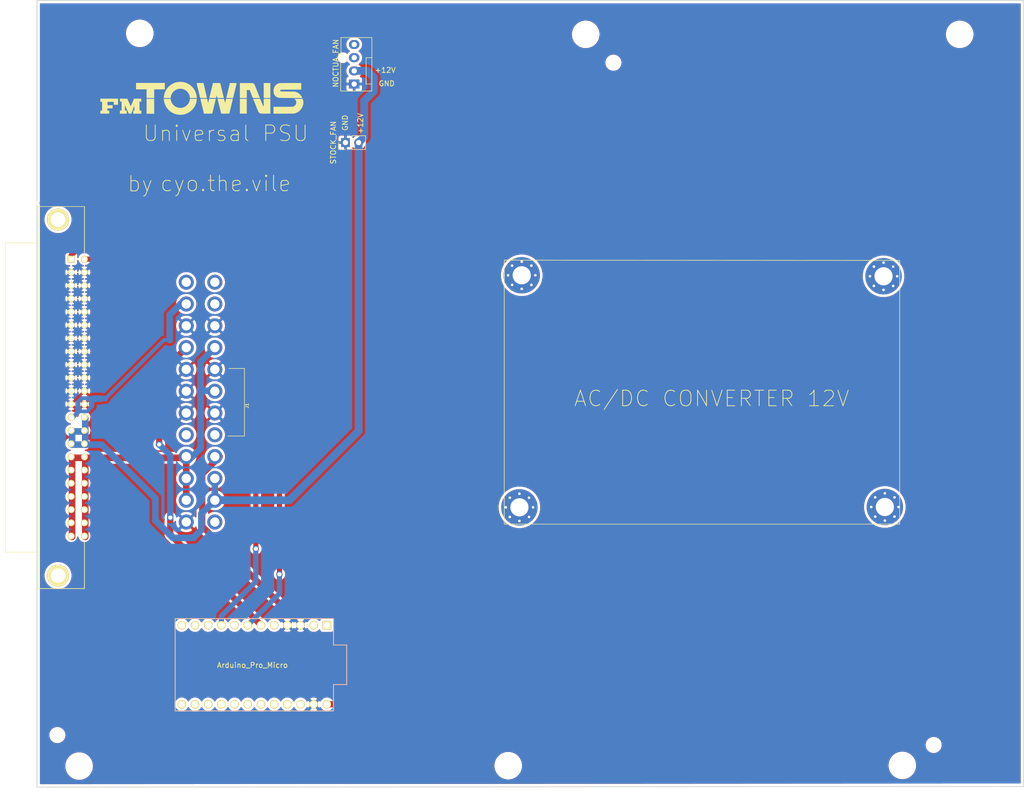
<source format=kicad_pcb>
(kicad_pcb (version 20171130) (host pcbnew "(5.1.9)-1")
  (layers (0 Top signal) (31 Bottom signal) (34 B.Paste user) (35 F.Paste user) (36 B.SilkS user) (37 F.SilkS user) (38 B.Mask user) (39 F.Mask user) (44 Edge.Cuts user))
  (net 0 "")
  (net 1 GND)
  (net 2 +5V)
  (net 3 +12V)
  (net 4 -12V)
  (net 5 "Net-(J1-Pad20)")
  (net 6 /5V_STBY)
  (net 7 "Net-(J1-Pad8)")
  (net 8 /FM_PS_ON_N)
  (net 9 /FM_PS_OFF_N)
  (net 10 "Net-(J2-PadMH2)")
  (net 11 "Net-(J2-PadMH1)")
  (net 12 /PS_ON)
  (net 13 "Net-(U1-Pad22)")
  (net 14 "Net-(U1-Pad21)")
  (net 15 "Net-(U1-Pad20)")
  (net 16 "Net-(U1-Pad19)")
  (net 17 "Net-(U1-Pad18)")
  (net 18 "Net-(U1-Pad17)")
  (net 19 "Net-(U1-Pad16)")
  (net 20 "Net-(U1-Pad15)")
  (net 21 "Net-(U1-Pad14)")
  (net 22 "Net-(U1-Pad13)")
  (net 23 "Net-(U1-Pad12)")
  (net 24 "Net-(U1-Pad11)")
  (net 25 "Net-(U1-Pad10)")
  (net 26 "Net-(U1-Pad8)")
  (net 27 "Net-(U1-Pad5)")
  (net 28 "Net-(U1-Pad2)")
  (net 29 "Net-(U1-Pad1)")
  (net 30 "Net-(J1-Pad13)")
  (net 31 "Net-(J1-Pad12)")
  (net 32 "Net-(J1-Pad2)")
  (net 33 "Net-(J1-Pad1)")
  (net 34 "Net-(NOCTUA_FAN1-Pad4)")
  (net 35 "Net-(NOCTUA_FAN1-Pad3)")
  (module Connector:FanPinHeader_1x04_P2.54mm_Vertical (layer Top) (at 101.22 38.15 90)
    (fp_text reference NOCTUA_FAN (at 4 -3.55 90) (layer F.SilkS))
    (fp_text value 47053-1000)
    (pad "" np_thru_hole circle (at 5.08 -2.16 180) (size 1.1 1.1) (drill 1.1) (layers *.Cu *.Mask))
    (pad 4 thru_hole oval (at 7.62 0 180) (size 2.03 1.73) (drill 1.02) (layers *.Cu *.Mask) (net 34 "Net-(NOCTUA_FAN1-Pad4)"))
    (pad 3 thru_hole oval (at 5.08 0 180) (size 2.03 1.73) (drill 1.02) (layers *.Cu *.Mask) (net 35 "Net-(NOCTUA_FAN1-Pad3)"))
    (pad 2 thru_hole oval (at 2.54 0 180) (size 2.03 1.73) (drill 1.02) (layers *.Cu *.Mask) (net 3 +12V))
    (pad 1 thru_hole rect (at 0 0 180) (size 2.03 1.73) (drill 1.02) (layers *.Cu *.Mask) (net 1 GND))
  )
  (module promicro:ProMicro (layer Top) (at 82 150.02 180)
    (fp_text reference U1 hide)
    (fp_text value ProMicro)
    (pad 24 thru_hole circle (at -13.97 -7.62 180) (size 1.6 1.6) (drill 1.1) (layers *.Cu *.Mask F.SilkS) (net 6 /5V_STBY))
    (pad 23 thru_hole circle (at -11.43 -7.62 180) (size 1.6 1.6) (drill 1.1) (layers *.Cu *.Mask F.SilkS) (net 1 GND))
    (pad 22 thru_hole circle (at -8.89 -7.62 180) (size 1.6 1.6) (drill 1.1) (layers *.Cu *.Mask F.SilkS) (net 13 "Net-(U1-Pad22)"))
    (pad 21 thru_hole circle (at -6.35 -7.62 180) (size 1.6 1.6) (drill 1.1) (layers *.Cu *.Mask F.SilkS) (net 14 "Net-(U1-Pad21)"))
    (pad 20 thru_hole circle (at -3.81 -7.62 180) (size 1.6 1.6) (drill 1.1) (layers *.Cu *.Mask F.SilkS) (net 15 "Net-(U1-Pad20)"))
    (pad 19 thru_hole circle (at -1.27 -7.62 180) (size 1.6 1.6) (drill 1.1) (layers *.Cu *.Mask F.SilkS) (net 16 "Net-(U1-Pad19)"))
    (pad 18 thru_hole circle (at 1.27 -7.62 180) (size 1.6 1.6) (drill 1.1) (layers *.Cu *.Mask F.SilkS) (net 17 "Net-(U1-Pad18)"))
    (pad 17 thru_hole circle (at 3.81 -7.62 180) (size 1.6 1.6) (drill 1.1) (layers *.Cu *.Mask F.SilkS) (net 18 "Net-(U1-Pad17)"))
    (pad 16 thru_hole circle (at 6.35 -7.62 180) (size 1.6 1.6) (drill 1.1) (layers *.Cu *.Mask F.SilkS) (net 19 "Net-(U1-Pad16)"))
    (pad 15 thru_hole circle (at 8.89 -7.62 180) (size 1.6 1.6) (drill 1.1) (layers *.Cu *.Mask F.SilkS) (net 20 "Net-(U1-Pad15)"))
    (pad 14 thru_hole circle (at 11.43 -7.62 180) (size 1.6 1.6) (drill 1.1) (layers *.Cu *.Mask F.SilkS) (net 21 "Net-(U1-Pad14)"))
    (pad 13 thru_hole circle (at 13.97 -7.62 180) (size 1.6 1.6) (drill 1.1) (layers *.Cu *.Mask F.SilkS) (net 22 "Net-(U1-Pad13)"))
    (pad 12 thru_hole circle (at 13.97 7.62 180) (size 1.6 1.6) (drill 1.1) (layers *.Cu *.Mask F.SilkS) (net 23 "Net-(U1-Pad12)"))
    (pad 11 thru_hole circle (at 11.43 7.62 180) (size 1.6 1.6) (drill 1.1) (layers *.Cu *.Mask F.SilkS) (net 24 "Net-(U1-Pad11)"))
    (pad 10 thru_hole circle (at 8.89 7.62 180) (size 1.6 1.6) (drill 1.1) (layers *.Cu *.Mask F.SilkS) (net 25 "Net-(U1-Pad10)"))
    (pad 9 thru_hole circle (at 6.35 7.62 180) (size 1.6 1.6) (drill 1.1) (layers *.Cu *.Mask F.SilkS) (net 8 /FM_PS_ON_N))
    (pad 8 thru_hole circle (at 3.81 7.62 180) (size 1.6 1.6) (drill 1.1) (layers *.Cu *.Mask F.SilkS) (net 26 "Net-(U1-Pad8)"))
    (pad 7 thru_hole circle (at 1.27 7.62 180) (size 1.6 1.6) (drill 1.1) (layers *.Cu *.Mask F.SilkS) (net 9 /FM_PS_OFF_N))
    (pad 6 thru_hole circle (at -1.27 7.62 180) (size 1.6 1.6) (drill 1.1) (layers *.Cu *.Mask F.SilkS) (net 12 /PS_ON))
    (pad 5 thru_hole circle (at -3.81 7.62 180) (size 1.6 1.6) (drill 1.1) (layers *.Cu *.Mask F.SilkS) (net 27 "Net-(U1-Pad5)"))
    (pad 4 thru_hole circle (at -6.35 7.62 180) (size 1.6 1.6) (drill 1.1) (layers *.Cu *.Mask F.SilkS) (net 1 GND))
    (pad 3 thru_hole circle (at -8.89 7.62 180) (size 1.6 1.6) (drill 1.1) (layers *.Cu *.Mask F.SilkS) (net 1 GND))
    (pad 2 thru_hole circle (at -11.43 7.62 180) (size 1.6 1.6) (drill 1.1) (layers *.Cu *.Mask F.SilkS) (net 28 "Net-(U1-Pad2)"))
    (pad 1 thru_hole rect (at -13.97 7.62 180) (size 1.6 1.6) (drill 1.1) (layers *.Cu *.Mask F.SilkS) (net 29 "Net-(U1-Pad1)"))
  )
  (module MountingHole:MountingHole_2.1mm (layer Top) (at 151.13 34.036)
    (fp_text reference REF** hide)
    (fp_text value MountingHole_2.1mm)
    (pad "" np_thru_hole circle (at 0 0) (size 2.1 2.1) (drill 2.1) (layers *.Cu *.Mask))
  )
  (module MountingHole:MountingHole_4.3mm_M4 (layer Top) (at 145.796 28.575)
    (fp_text reference REF** hide)
    (fp_text value MountingHole_4.3mm_M4)
    (pad 1 np_thru_hole circle (at 0 0) (size 4.3 4.3) (drill 4.3) (layers *.Cu *.Mask))
  )
  (module MountingHole:MountingHole_4.3mm_M4 (layer Top) (at 217.805 28.575)
    (fp_text reference REF** hide)
    (fp_text value MountingHole_4.3mm_M4)
    (pad 1 np_thru_hole circle (at 0 0) (size 4.3 4.3) (drill 4.3) (layers *.Cu *.Mask))
  )
  (module MountingHole:MountingHole_4.3mm_M4 (layer Top) (at 59.944 28.3845)
    (fp_text reference REF** hide)
    (fp_text value MountingHole_4.3mm_M4)
    (pad 1 np_thru_hole circle (at 0 0) (size 4.3 4.3) (drill 4.3) (layers *.Cu *.Mask))
  )
  (module MountingHole:MountingHole_2.1mm (layer Top) (at 212.7885 165.481)
    (fp_text reference REF** hide)
    (fp_text value MountingHole_2.1mm)
    (pad "" np_thru_hole circle (at 0 0) (size 2.1 2.1) (drill 2.1) (layers *.Cu *.Mask))
  )
  (module MountingHole:MountingHole_4.3mm_M4 (layer Top) (at 206.756 169.418)
    (fp_text reference REF** hide)
    (fp_text value MountingHole_4.3mm_M4)
    (pad 1 np_thru_hole circle (at 0 0) (size 4.3 4.3) (drill 4.3) (layers *.Cu *.Mask))
  )
  (module MountingHole:MountingHole_4.3mm_M4 (layer Top) (at 130.88 169.47)
    (fp_text reference REF** hide)
    (fp_text value MountingHole_4.3mm_M4)
    (pad 1 np_thru_hole circle (at 0 0) (size 4.3 4.3) (drill 4.3) (layers *.Cu *.Mask))
  )
  (module MountingHole:MountingHole_4.3mm_M4 (layer Top) (at 48.26 169.545)
    (fp_text reference REF** hide)
    (fp_text value MountingHole_4.3mm_M4)
    (pad 1 np_thru_hole circle (at 0 0) (size 4.3 4.3) (drill 4.3) (layers *.Cu *.Mask))
  )
  (module MountingHole:MountingHole_2.1mm (layer Top) (at 44.069 163.576)
    (fp_text reference REF** hide)
    (fp_text value MountingHole_2.1mm)
    (pad "" np_thru_hole circle (at 0 0) (size 2.1 2.1) (drill 2.1) (layers *.Cu *.Mask))
  )
  (module MountingHole:MountingHole_3.5mm_Pad_Via (layer Top) (at 203.3905 119.634)
    (fp_text reference PAD4 hide)
    (fp_text value MountingHole_3.5mm_Pad_Via)
    (pad 1 thru_hole circle (at 1.856155 -1.856155) (size 0.8 0.8) (drill 0.5) (layers *.Cu *.Mask))
    (pad 1 thru_hole circle (at 0 -2.625) (size 0.8 0.8) (drill 0.5) (layers *.Cu *.Mask))
    (pad 1 thru_hole circle (at -1.856155 -1.856155) (size 0.8 0.8) (drill 0.5) (layers *.Cu *.Mask))
    (pad 1 thru_hole circle (at -2.625 0) (size 0.8 0.8) (drill 0.5) (layers *.Cu *.Mask))
    (pad 1 thru_hole circle (at -1.856155 1.856155) (size 0.8 0.8) (drill 0.5) (layers *.Cu *.Mask))
    (pad 1 thru_hole circle (at 0 2.625) (size 0.8 0.8) (drill 0.5) (layers *.Cu *.Mask))
    (pad 1 thru_hole circle (at 1.856155 1.856155) (size 0.8 0.8) (drill 0.5) (layers *.Cu *.Mask))
    (pad 1 thru_hole circle (at 2.625 0) (size 0.8 0.8) (drill 0.5) (layers *.Cu *.Mask))
    (pad 1 thru_hole circle (at 0 0) (size 7 7) (drill 3.5) (layers *.Cu *.Mask))
  )
  (module MountingHole:MountingHole_3.5mm_Pad_Via (layer Top) (at 203.1365 75.184)
    (fp_text reference PAD3 hide)
    (fp_text value MountingHole_3.5mm_Pad_Via)
    (pad 1 thru_hole circle (at 1.856155 -1.856155) (size 0.8 0.8) (drill 0.5) (layers *.Cu *.Mask))
    (pad 1 thru_hole circle (at 0 -2.625) (size 0.8 0.8) (drill 0.5) (layers *.Cu *.Mask))
    (pad 1 thru_hole circle (at -1.856155 -1.856155) (size 0.8 0.8) (drill 0.5) (layers *.Cu *.Mask))
    (pad 1 thru_hole circle (at -2.625 0) (size 0.8 0.8) (drill 0.5) (layers *.Cu *.Mask))
    (pad 1 thru_hole circle (at -1.856155 1.856155) (size 0.8 0.8) (drill 0.5) (layers *.Cu *.Mask))
    (pad 1 thru_hole circle (at 0 2.625) (size 0.8 0.8) (drill 0.5) (layers *.Cu *.Mask))
    (pad 1 thru_hole circle (at 1.856155 1.856155) (size 0.8 0.8) (drill 0.5) (layers *.Cu *.Mask))
    (pad 1 thru_hole circle (at 2.625 0) (size 0.8 0.8) (drill 0.5) (layers *.Cu *.Mask))
    (pad 1 thru_hole circle (at 0 0) (size 7 7) (drill 3.5) (layers *.Cu *.Mask))
  )
  (module MountingHole:MountingHole_3.5mm_Pad_Via (layer Top) (at 133.477 74.9935)
    (fp_text reference PAD2 hide)
    (fp_text value MountingHole_3.5mm_Pad_Via)
    (pad 1 thru_hole circle (at 1.856155 -1.856155) (size 0.8 0.8) (drill 0.5) (layers *.Cu *.Mask))
    (pad 1 thru_hole circle (at 0 -2.625) (size 0.8 0.8) (drill 0.5) (layers *.Cu *.Mask))
    (pad 1 thru_hole circle (at -1.856155 -1.856155) (size 0.8 0.8) (drill 0.5) (layers *.Cu *.Mask))
    (pad 1 thru_hole circle (at -2.625 0) (size 0.8 0.8) (drill 0.5) (layers *.Cu *.Mask))
    (pad 1 thru_hole circle (at -1.856155 1.856155) (size 0.8 0.8) (drill 0.5) (layers *.Cu *.Mask))
    (pad 1 thru_hole circle (at 0 2.625) (size 0.8 0.8) (drill 0.5) (layers *.Cu *.Mask))
    (pad 1 thru_hole circle (at 1.856155 1.856155) (size 0.8 0.8) (drill 0.5) (layers *.Cu *.Mask))
    (pad 1 thru_hole circle (at 2.625 0) (size 0.8 0.8) (drill 0.5) (layers *.Cu *.Mask))
    (pad 1 thru_hole circle (at 0 0) (size 7 7) (drill 3.5) (layers *.Cu *.Mask))
  )
  (module MountingHole:MountingHole_3.5mm_Pad_Via (layer Top) (at 133.0325 119.6975)
    (fp_text reference PAD1 hide)
    (fp_text value MountingHole_3.5mm_Pad_Via)
    (pad 1 thru_hole circle (at 1.856155 -1.856155) (size 0.8 0.8) (drill 0.5) (layers *.Cu *.Mask))
    (pad 1 thru_hole circle (at 0 -2.625) (size 0.8 0.8) (drill 0.5) (layers *.Cu *.Mask))
    (pad 1 thru_hole circle (at -1.856155 -1.856155) (size 0.8 0.8) (drill 0.5) (layers *.Cu *.Mask))
    (pad 1 thru_hole circle (at -2.625 0) (size 0.8 0.8) (drill 0.5) (layers *.Cu *.Mask))
    (pad 1 thru_hole circle (at -1.856155 1.856155) (size 0.8 0.8) (drill 0.5) (layers *.Cu *.Mask))
    (pad 1 thru_hole circle (at 0 2.625) (size 0.8 0.8) (drill 0.5) (layers *.Cu *.Mask))
    (pad 1 thru_hole circle (at 1.856155 1.856155) (size 0.8 0.8) (drill 0.5) (layers *.Cu *.Mask))
    (pad 1 thru_hole circle (at 2.625 0) (size 0.8 0.8) (drill 0.5) (layers *.Cu *.Mask))
    (pad 1 thru_hole circle (at 0 0) (size 7 7) (drill 3.5) (layers *.Cu *.Mask))
  )
  (module Connector_PinHeader_2.54mm:PinHeader_1x02_P2.54mm_Vertical (layer Top) (at 99.53 49.43 90)
    (fp_text reference STOCK_FAN (at 0 -2.33 90) (layer F.SilkS))
    (fp_text value Conn_01x02)
    (pad 2 thru_hole oval (at 0 2.54 90) (size 1.7 1.7) (drill 1) (layers *.Cu *.Mask) (net 3 +12V))
    (pad 1 thru_hole rect (at 0 0 90) (size 1.7 1.7) (drill 1) (layers *.Cu *.Mask) (net 1 GND))
  )
  (module "FM Towns Pico Adapter:ATX24_RIGHT_ANGLE" (layer Top) (at 79.1471 99.4262 90)
    (fp_text reference J1 (at -1.27 1.778 90) (layer F.SilkS) (effects (font (size 0.57912 0.57912) (thickness 0.12192)) (justify left bottom)))
    (fp_text value ATX24RH)
    (pad 24 thru_hole circle (at -23.1 -10.26 270) (size 2.9 2.9) (drill 1.8) (layers *.Cu *.Mask) (net 1 GND))
    (pad 23 thru_hole circle (at -18.9 -10.26 270) (size 2.9 2.9) (drill 1.8) (layers *.Cu *.Mask) (net 2 +5V))
    (pad 22 thru_hole circle (at -14.7 -10.26 270) (size 2.9 2.9) (drill 1.8) (layers *.Cu *.Mask) (net 2 +5V))
    (pad 21 thru_hole circle (at -10.5 -10.26 270) (size 2.9 2.9) (drill 1.8) (layers *.Cu *.Mask) (net 2 +5V))
    (pad 20 thru_hole circle (at -6.3 -10.26 270) (size 2.9 2.9) (drill 1.8) (layers *.Cu *.Mask) (net 5 "Net-(J1-Pad20)"))
    (pad 19 thru_hole circle (at -2.1 -10.26 270) (size 2.9 2.9) (drill 1.8) (layers *.Cu *.Mask) (net 1 GND))
    (pad 18 thru_hole circle (at 2.1 -10.26 270) (size 2.9 2.9) (drill 1.8) (layers *.Cu *.Mask) (net 1 GND))
    (pad 17 thru_hole circle (at 6.3 -10.26 270) (size 2.9 2.9) (drill 1.8) (layers *.Cu *.Mask) (net 1 GND))
    (pad 16 thru_hole circle (at 10.5 -10.26 270) (size 2.9 2.9) (drill 1.8) (layers *.Cu *.Mask) (net 12 /PS_ON))
    (pad 15 thru_hole circle (at 14.7 -10.26 270) (size 2.9 2.9) (drill 1.8) (layers *.Cu *.Mask) (net 1 GND))
    (pad 14 thru_hole circle (at 18.9 -10.26 270) (size 2.9 2.9) (drill 1.8) (layers *.Cu *.Mask) (net 4 -12V))
    (pad 13 thru_hole circle (at 23.1 -10.26 270) (size 2.9 2.9) (drill 1.8) (layers *.Cu *.Mask) (net 30 "Net-(J1-Pad13)"))
    (pad 12 thru_hole circle (at -23.1 -4.76 270) (size 2.9 2.9) (drill 1.8) (layers *.Cu *.Mask) (net 31 "Net-(J1-Pad12)"))
    (pad 11 thru_hole circle (at -18.9 -4.76 270) (size 2.9 2.9) (drill 1.8) (layers *.Cu *.Mask) (net 3 +12V))
    (pad 10 thru_hole circle (at -14.7 -4.76 270) (size 2.9 2.9) (drill 1.8) (layers *.Cu *.Mask) (net 3 +12V))
    (pad 9 thru_hole circle (at -10.5 -4.76 270) (size 2.9 2.9) (drill 1.8) (layers *.Cu *.Mask) (net 6 /5V_STBY))
    (pad 8 thru_hole circle (at -6.3 -4.76 270) (size 2.9 2.9) (drill 1.8) (layers *.Cu *.Mask) (net 7 "Net-(J1-Pad8)"))
    (pad 7 thru_hole circle (at -2.1 -4.76 270) (size 2.9 2.9) (drill 1.8) (layers *.Cu *.Mask) (net 1 GND))
    (pad 6 thru_hole circle (at 2.1 -4.76 270) (size 2.9 2.9) (drill 1.8) (layers *.Cu *.Mask) (net 2 +5V))
    (pad 5 thru_hole circle (at 6.3 -4.76 270) (size 2.9 2.9) (drill 1.8) (layers *.Cu *.Mask) (net 1 GND))
    (pad 4 thru_hole circle (at 10.5 -4.76 270) (size 2.9 2.9) (drill 1.8) (layers *.Cu *.Mask) (net 2 +5V))
    (pad 3 thru_hole circle (at 14.7 -4.76 270) (size 2.9 2.9) (drill 1.8) (layers *.Cu *.Mask) (net 1 GND))
    (pad 2 thru_hole circle (at 18.9 -4.76 270) (size 2.9 2.9) (drill 1.8) (layers *.Cu *.Mask) (net 32 "Net-(J1-Pad2)"))
    (pad 1 thru_hole circle (at 23.1 -4.76 270) (size 2.9 2.9) (drill 1.8) (layers *.Cu *.Mask) (net 33 "Net-(J1-Pad1)"))
  )
  (module Logos:townslogo (layer Top) (at 71.9 40.9)
    (fp_text reference G*** hide)
    (fp_text value LOGO hide)
  )
  (module Downloaded_parts:PCN1344S254DS71 (layer Top) (at 46.736 71.882 270)
    (fp_text reference J2 hide)
    (fp_text value PCN13-44S-2.54DS_71_ hide)
    (pad MH2 thru_hole circle (at 60.96 2.54) (size 4.2 4.2) (drill 2.8) (layers *.Cu *.Mask F.SilkS) (net 10 "Net-(J2-PadMH2)"))
    (pad MH1 thru_hole circle (at -7.62 2.54) (size 4.2 4.2) (drill 2.8) (layers *.Cu *.Mask F.SilkS) (net 11 "Net-(J2-PadMH1)"))
    (pad B22 thru_hole circle (at 53.34 -2.54) (size 1.3 1.3) (drill 0.8) (layers *.Cu *.Mask F.SilkS) (net 2 +5V))
    (pad B21 thru_hole circle (at 50.8 -2.54) (size 1.3 1.3) (drill 0.8) (layers *.Cu *.Mask F.SilkS) (net 2 +5V))
    (pad B20 thru_hole circle (at 48.26 -2.54) (size 1.3 1.3) (drill 0.8) (layers *.Cu *.Mask F.SilkS) (net 2 +5V))
    (pad B19 thru_hole circle (at 45.72 -2.54) (size 1.3 1.3) (drill 0.8) (layers *.Cu *.Mask F.SilkS) (net 2 +5V))
    (pad B18 thru_hole circle (at 43.18 -2.54) (size 1.3 1.3) (drill 0.8) (layers *.Cu *.Mask F.SilkS) (net 2 +5V))
    (pad B17 thru_hole circle (at 40.64 -2.54) (size 1.3 1.3) (drill 0.8) (layers *.Cu *.Mask F.SilkS) (net 2 +5V))
    (pad B16 thru_hole circle (at 38.1 -2.54) (size 1.3 1.3) (drill 0.8) (layers *.Cu *.Mask F.SilkS) (net 2 +5V))
    (pad B15 thru_hole circle (at 35.56 -2.54) (size 1.3 1.3) (drill 0.8) (layers *.Cu *.Mask F.SilkS) (net 3 +12V))
    (pad B14 thru_hole circle (at 33.02 -2.54) (size 1.3 1.3) (drill 0.8) (layers *.Cu *.Mask F.SilkS) (net 3 +12V))
    (pad B13 thru_hole circle (at 30.48 -2.54) (size 1.3 1.3) (drill 0.8) (layers *.Cu *.Mask F.SilkS) (net 3 +12V))
    (pad B12 thru_hole circle (at 27.94 -2.54) (size 1.3 1.3) (drill 0.8) (layers *.Cu *.Mask F.SilkS) (net 1 GND))
    (pad B11 thru_hole circle (at 25.4 -2.54) (size 1.3 1.3) (drill 0.8) (layers *.Cu *.Mask F.SilkS) (net 1 GND))
    (pad B10 thru_hole circle (at 22.86 -2.54) (size 1.3 1.3) (drill 0.8) (layers *.Cu *.Mask F.SilkS) (net 1 GND))
    (pad B9 thru_hole circle (at 20.32 -2.54) (size 1.3 1.3) (drill 0.8) (layers *.Cu *.Mask F.SilkS) (net 1 GND))
    (pad B8 thru_hole circle (at 17.78 -2.54) (size 1.3 1.3) (drill 0.8) (layers *.Cu *.Mask F.SilkS) (net 1 GND))
    (pad B7 thru_hole circle (at 15.24 -2.54) (size 1.3 1.3) (drill 0.8) (layers *.Cu *.Mask F.SilkS) (net 1 GND))
    (pad B6 thru_hole circle (at 12.7 -2.54) (size 1.3 1.3) (drill 0.8) (layers *.Cu *.Mask F.SilkS) (net 1 GND))
    (pad B5 thru_hole circle (at 10.16 -2.54) (size 1.3 1.3) (drill 0.8) (layers *.Cu *.Mask F.SilkS) (net 1 GND))
    (pad B4 thru_hole circle (at 7.62 -2.54) (size 1.3 1.3) (drill 0.8) (layers *.Cu *.Mask F.SilkS) (net 1 GND))
    (pad B3 thru_hole circle (at 5.08 -2.54) (size 1.3 1.3) (drill 0.8) (layers *.Cu *.Mask F.SilkS) (net 1 GND))
    (pad B2 thru_hole circle (at 2.54 -2.54) (size 1.3 1.3) (drill 0.8) (layers *.Cu *.Mask F.SilkS) (net 1 GND))
    (pad B1 thru_hole circle (at 0 -2.54) (size 1.3 1.3) (drill 0.8) (layers *.Cu *.Mask F.SilkS) (net 8 /FM_PS_ON_N))
    (pad A22 thru_hole circle (at 53.34 0) (size 1.3 1.3) (drill 0.8) (layers *.Cu *.Mask F.SilkS) (net 2 +5V))
    (pad A21 thru_hole circle (at 50.8 0) (size 1.3 1.3) (drill 0.8) (layers *.Cu *.Mask F.SilkS) (net 2 +5V))
    (pad A20 thru_hole circle (at 48.26 0) (size 1.3 1.3) (drill 0.8) (layers *.Cu *.Mask F.SilkS) (net 2 +5V))
    (pad A19 thru_hole circle (at 45.72 0) (size 1.3 1.3) (drill 0.8) (layers *.Cu *.Mask F.SilkS) (net 2 +5V))
    (pad A18 thru_hole circle (at 43.18 0) (size 1.3 1.3) (drill 0.8) (layers *.Cu *.Mask F.SilkS) (net 2 +5V))
    (pad A17 thru_hole circle (at 40.64 0) (size 1.3 1.3) (drill 0.8) (layers *.Cu *.Mask F.SilkS) (net 2 +5V))
    (pad A16 thru_hole circle (at 38.1 0) (size 1.3 1.3) (drill 0.8) (layers *.Cu *.Mask F.SilkS) (net 2 +5V))
    (pad A15 thru_hole circle (at 35.56 0) (size 1.3 1.3) (drill 0.8) (layers *.Cu *.Mask F.SilkS) (net 3 +12V))
    (pad A14 thru_hole circle (at 33.02 0) (size 1.3 1.3) (drill 0.8) (layers *.Cu *.Mask F.SilkS) (net 3 +12V))
    (pad A13 thru_hole circle (at 30.48 0) (size 1.3 1.3) (drill 0.8) (layers *.Cu *.Mask F.SilkS) (net 4 -12V))
    (pad A12 thru_hole circle (at 27.94 0) (size 1.3 1.3) (drill 0.8) (layers *.Cu *.Mask F.SilkS) (net 1 GND))
    (pad A11 thru_hole circle (at 25.4 0) (size 1.3 1.3) (drill 0.8) (layers *.Cu *.Mask F.SilkS) (net 1 GND))
    (pad A10 thru_hole circle (at 22.86 0) (size 1.3 1.3) (drill 0.8) (layers *.Cu *.Mask F.SilkS) (net 1 GND))
    (pad A9 thru_hole circle (at 20.32 0) (size 1.3 1.3) (drill 0.8) (layers *.Cu *.Mask F.SilkS) (net 1 GND))
    (pad A8 thru_hole circle (at 17.78 0) (size 1.3 1.3) (drill 0.8) (layers *.Cu *.Mask F.SilkS) (net 1 GND))
    (pad A7 thru_hole circle (at 15.24 0) (size 1.3 1.3) (drill 0.8) (layers *.Cu *.Mask F.SilkS) (net 1 GND))
    (pad A6 thru_hole circle (at 12.7 0) (size 1.3 1.3) (drill 0.8) (layers *.Cu *.Mask F.SilkS) (net 1 GND))
    (pad A5 thru_hole circle (at 10.16 0) (size 1.3 1.3) (drill 0.8) (layers *.Cu *.Mask F.SilkS) (net 1 GND))
    (pad A4 thru_hole circle (at 7.62 0) (size 1.3 1.3) (drill 0.8) (layers *.Cu *.Mask F.SilkS) (net 1 GND))
    (pad A3 thru_hole circle (at 5.08 0) (size 1.3 1.3) (drill 0.8) (layers *.Cu *.Mask F.SilkS) (net 1 GND))
    (pad A2 thru_hole circle (at 2.54 0) (size 1.3 1.3) (drill 0.8) (layers *.Cu *.Mask F.SilkS) (net 1 GND))
    (pad A1 thru_hole rect (at 0 0) (size 1.3 1.3) (drill 0.8) (layers *.Cu *.Mask F.SilkS) (net 9 /FM_PS_OFF_N))
  )
  (gr_line (start 40.18 22.08) (end 40.19 22.08) (layer Edge.Cuts) (width 0.05))
  (gr_line (start 40.18 22.23) (end 40.18 22.08) (layer Edge.Cuts) (width 0.05))
  (gr_line (start 40.08 22.02) (end 40.2 22.07) (layer Edge.Cuts) (width 0.05))
  (gr_line (start 40.08 22.24) (end 40.08 22.02) (layer Edge.Cuts) (width 0.05))
  (gr_line (start 40.09 22.03) (end 40.09 22.25) (layer Edge.Cuts) (width 0.05))
  (gr_line (start 40.21 22.02) (end 40.21 22.03) (layer Edge.Cuts) (width 0.05))
  (gr_line (start 40.13 22.29) (end 40.21 22.02) (layer Edge.Cuts) (width 0.05))
  (gr_text "+12V\n" (at 102.42 45.76 90) (layer F.SilkS) (effects (font (size 1 1))))
  (gr_text "GND\n" (at 99.47 45.62 90) (layer F.SilkS) (effects (font (size 1 1))))
  (gr_text "GND\n" (at 107.48 38.05) (layer F.SilkS) (effects (font (size 1 1))))
  (gr_text "+12V\n" (at 107.19 35.47) (layer F.SilkS) (effects (font (size 1 1))))
  (gr_line (start 77.35 105.96) (end 76.9 105.96) (layer F.SilkS) (width 0.12))
  (gr_line (start 80.09 105.96) (end 77.35 105.96) (layer F.SilkS) (width 0.12))
  (gr_line (start 80.09 92.95) (end 80.09 105.96) (layer F.SilkS) (width 0.12))
  (gr_line (start 77.06 92.95) (end 80.09 92.95) (layer F.SilkS) (width 0.12))
  (gr_text "Arduino_Pro_Micro\n" (at 81.63 150.11) (layer F.SilkS) (effects (font (size 1 1))))
  (gr_line (start 230.124 22.0345) (end 230.124 22.098) (layer Edge.Cuts) (width 0.05))
  (gr_line (start 40.132 22.0345) (end 230.124 22.0345) (layer Edge.Cuts) (width 0.1524))
  (gr_line (start 206.248 72.136) (end 130.1115 72.0725) (layer F.SilkS) (width 0.12))
  (gr_line (start 206.248 122.936) (end 130.1115 122.936) (layer F.SilkS) (width 0.12))
  (gr_line (start 130.1115 72.136) (end 130.1115 122.8725) (layer F.SilkS) (width 0.12))
  (gr_text by (at 60.01 57.37) (layer F.SilkS) (effects (font (size 3 3))))
  (gr_text "Universal PSU\n\ncyo.the.vile" (at 76.48 52.49) (layer F.SilkS) (effects (font (size 3 3))))
  (gr_line (start 40.132 22.225) (end 40.132 22.0345) (layer Edge.Cuts) (width 0.05))
  (gr_line (start 230.124 22.098) (end 230.124 173.482) (layer Edge.Cuts) (width 0.1524))
  (gr_line (start 40.132 173.609) (end 230.124 173.482) (layer Edge.Cuts) (width 0.1524))
  (gr_text "AC/DC CONVERTER 12V" (at 170.053 98.7425) (layer F.SilkS) (effects (font (size 3 3))))
  (gr_line (start 206.248 122.936) (end 206.248 72.136) (layer F.SilkS) (width 0.12))
  (gr_line (start 40.132 60.706) (end 40.132 22.225) (layer Edge.Cuts) (width 0.1524))
  (gr_line (start 40.132 61.468) (end 40.132 60.706) (layer Edge.Cuts) (width 0.05))
  (gr_line (start 40.132 135.509) (end 40.132 173.609) (layer Edge.Cuts) (width 0.1524))
  (gr_line (start 40.132 61.468) (end 40.132 135.763) (layer Edge.Cuts) (width 0.1524))
  (segment (start 49.4411 110.1598) (end 59.6011 110.1598) (width 1.27) (layer Top) (net 2))
  (segment (start 59.6011 110.1598) (end 68.6535 110.1598) (width 1.27) (layer Top) (net 2))
  (segment (start 68.6535 110.1598) (end 68.8871 109.9262) (width 1.27) (layer Top) (net 2))
  (segment (start 68.8871 109.9262) (end 68.8871 114.1262) (width 1.27) (layer Top) (net 2))
  (segment (start 68.8871 118.3262) (end 68.8871 114.1262) (width 1.27) (layer Top) (net 2))
  (segment (start 49.4411 125.3998) (end 49.4411 122.8598) (width 1.27) (layer Top) (net 2))
  (segment (start 49.4411 122.8598) (end 49.4411 120.3198) (width 1.27) (layer Top) (net 2))
  (segment (start 49.4411 120.3198) (end 49.4411 117.7798) (width 1.27) (layer Top) (net 2))
  (segment (start 49.4411 117.7798) (end 49.4411 115.2398) (width 1.27) (layer Top) (net 2))
  (segment (start 49.4411 115.2398) (end 49.4411 112.6998) (width 1.27) (layer Top) (net 2))
  (segment (start 49.4411 112.6998) (end 49.4411 110.1598) (width 1.27) (layer Top) (net 2))
  (segment (start 49.4411 110.1598) (end 46.9011 110.1598) (width 1.27) (layer Top) (net 2))
  (segment (start 46.9011 110.1598) (end 46.9011 112.6998) (width 1.27) (layer Top) (net 2))
  (segment (start 46.9011 115.2398) (end 46.9011 112.6998) (width 1.27) (layer Top) (net 2))
  (segment (start 46.9011 117.7798) (end 46.9011 115.2398) (width 1.27) (layer Top) (net 2))
  (segment (start 46.9011 120.3198) (end 46.9011 117.7798) (width 1.27) (layer Top) (net 2))
  (segment (start 46.9011 122.8598) (end 46.9011 120.3198) (width 1.27) (layer Top) (net 2))
  (segment (start 46.9011 125.3998) (end 46.9011 122.8598) (width 1.27) (layer Top) (net 2))
  (segment (start 70.0709 109.9262) (end 68.8871 109.9262) (width 1.27) (layer Bottom) (net 2))
  (segment (start 71.6407 108.3564) (end 70.0709 109.9262) (width 1.27) (layer Bottom) (net 2))
  (segment (start 74.3871 88.9262) (end 71.6407 91.6726) (width 1.27) (layer Bottom) (net 2))
  (segment (start 71.6407 91.6726) (end 71.6407 97.2312) (width 1.27) (layer Bottom) (net 2))
  (segment (start 71.6407 97.2312) (end 71.6407 108.3564) (width 1.27) (layer Bottom) (net 2))
  (segment (start 74.3871 97.3262) (end 74.2921 97.2312) (width 1.27) (layer Bottom) (net 2))
  (segment (start 74.2921 97.2312) (end 71.6407 97.2312) (width 1.27) (layer Bottom) (net 2))
  (segment (start 46.9011 107.6198) (end 49.4411 107.6198) (width 1.27) (layer Bottom) (net 3))
  (segment (start 46.9011 105.0798) (end 46.9011 107.6198) (width 1.27) (layer Bottom) (net 3))
  (segment (start 49.4411 105.0798) (end 49.4411 107.6198) (width 1.27) (layer Bottom) (net 3))
  (segment (start 49.4411 102.5398) (end 49.4411 105.0798) (width 1.27) (layer Bottom) (net 3))
  (segment (start 49.4411 105.0798) (end 46.9011 105.0798) (width 1.27) (layer Bottom) (net 3))
  (segment (start 74.3871 114.1262) (end 74.3871 118.3262) (width 1.27) (layer Bottom) (net 3))
  (segment (start 66.3067 125.5776) (end 62.9539 122.2248) (width 1.27) (layer Bottom) (net 3))
  (segment (start 66.3067 125.5776) (end 70.2691 125.5776) (width 1.27) (layer Bottom) (net 3))
  (segment (start 70.2691 125.5776) (end 71.7931 124.0536) (width 1.27) (layer Bottom) (net 3))
  (segment (start 71.7931 120.9202) (end 74.3871 118.3262) (width 1.27) (layer Bottom) (net 3))
  (segment (start 71.7931 124.0536) (end 71.7931 120.9202) (width 1.27) (layer Bottom) (net 3))
  (segment (start 62.9539 122.2248) (end 62.9539 117.9576) (width 1.27) (layer Bottom) (net 3))
  (segment (start 52.6161 107.6198) (end 49.4411 107.6198) (width 1.27) (layer Bottom) (net 3))
  (segment (start 53.5813 108.4326) (end 53.4289 108.4326) (width 0.4064) (layer Bottom) (net 3))
  (segment (start 74.3871 118.3262) (end 76.9877 118.3262) (width 1.5) (layer Bottom) (net 3))
  (segment (start 52.6161 107.6198) (end 53.4289 108.4326) (width 1) (layer Bottom) (net 3))
  (segment (start 54.12815 109.13185) (end 52.6161 107.6198) (width 1.2) (layer Bottom) (net 3))
  (segment (start 62.9539 117.9576) (end 54.12815 109.13185) (width 1.27) (layer Bottom) (net 3))
  (segment (start 54.12815 109.13185) (end 53.4289 108.4326) (width 1.27) (layer Bottom) (net 3))
  (segment (start 74.3871 118.3262) (end 88.7438 118.3262) (width 1.5) (layer Bottom) (net 3))
  (segment (start 102.07 105) (end 102.07 49.43) (width 1.5) (layer Bottom) (net 3))
  (segment (start 88.7438 118.3262) (end 102.07 105) (width 1.5) (layer Bottom) (net 3))
  (segment (start 103.137401 48.362599) (end 103.137401 41.392599) (width 1.5) (layer Bottom) (net 3))
  (segment (start 102.07 49.43) (end 103.137401 48.362599) (width 1.5) (layer Bottom) (net 3))
  (segment (start 103.137401 41.392599) (end 104.99 39.54) (width 1.5) (layer Bottom) (net 3))
  (segment (start 103.735 35.61) (end 101.22 35.61) (width 1.5) (layer Bottom) (net 3))
  (segment (start 104.99 36.865) (end 103.735 35.61) (width 1.5) (layer Bottom) (net 3))
  (segment (start 104.99 39.54) (end 104.99 36.865) (width 1.5) (layer Bottom) (net 3))
  (segment (start 48.1711 101.2698) (end 48.1711 99.3648) (width 0.254) (layer Bottom) (net 4))
  (segment (start 68.8871 80.5262) (end 67.7717 80.5262) (width 1.27) (layer Bottom) (net 4))
  (segment (start 51.0667 98.7552) (end 48.7807 98.7552) (width 0.254) (layer Bottom) (net 4))
  (segment (start 65.6971 82.6008) (end 65.6971 87.4776) (width 1.27) (layer Bottom) (net 4))
  (segment (start 52.4383 98.7552) (end 51.0667 98.7552) (width 1.27) (layer Bottom) (net 4))
  (segment (start 67.7717 80.5262) (end 65.6971 82.6008) (width 1.27) (layer Bottom) (net 4))
  (segment (start 53.3048 98.7552) (end 52.4383 98.7552) (width 1) (layer Bottom) (net 4))
  (segment (start 48.7807 98.7552) (end 48.1711 99.3648) (width 0.25) (layer Bottom) (net 4))
  (segment (start 50.136754 98.7552) (end 48.7807 98.7552) (width 0.25) (layer Bottom) (net 4))
  (segment (start 48.1711 101.2698) (end 48.1711 99.1789) (width 0.4) (layer Bottom) (net 4))
  (segment (start 48.5948 98.7552) (end 50.136754 98.7552) (width 0.4) (layer Bottom) (net 4))
  (segment (start 48.1711 99.1789) (end 48.5948 98.7552) (width 0.4) (layer Bottom) (net 4))
  (segment (start 48.1711 101.2698) (end 49.7902 101.2698) (width 0.4) (layer Bottom) (net 4))
  (segment (start 48.231301 101.209599) (end 48.1711 101.2698) (width 0.7) (layer Bottom) (net 4))
  (segment (start 53.3048 98.7552) (end 50.9452 98.7552) (width 1) (layer Bottom) (net 4))
  (segment (start 50.9452 98.7552) (end 50.136754 98.7552) (width 1) (layer Bottom) (net 4))
  (segment (start 50.859599 98.669599) (end 50.9452 98.7552) (width 0.7) (layer Bottom) (net 4))
  (segment (start 48.722847 98.669599) (end 50.859599 98.669599) (width 0.7) (layer Bottom) (net 4))
  (segment (start 48.123599 99.268847) (end 48.722847 98.669599) (width 0.7) (layer Bottom) (net 4))
  (segment (start 48.123599 100.375153) (end 48.123599 99.268847) (width 0.7) (layer Bottom) (net 4))
  (segment (start 48.231301 100.482855) (end 48.123599 100.375153) (width 0.7) (layer Bottom) (net 4))
  (segment (start 48.231301 101.209599) (end 48.231301 100.482855) (width 0.7) (layer Bottom) (net 4))
  (segment (start 50.136754 98.7552) (end 50.495 99.113446) (width 0.7) (layer Bottom) (net 4))
  (segment (start 50.495 99.113446) (end 50.495 100.565) (width 0.7) (layer Bottom) (net 4))
  (segment (start 49.7902 101.2698) (end 50.495 100.565) (width 0.4) (layer Bottom) (net 4))
  (segment (start 50.785 99.475) (end 51.0667 99.1933) (width 0.7) (layer Bottom) (net 4))
  (segment (start 50.785 100.275) (end 50.785 99.475) (width 0.7) (layer Bottom) (net 4))
  (segment (start 51.0667 99.1933) (end 51.0667 98.7552) (width 0.4) (layer Bottom) (net 4))
  (segment (start 50.495 100.565) (end 50.785 100.275) (width 0.4) (layer Bottom) (net 4))
  (segment (start 49.820401 101.209599) (end 48.231301 101.209599) (width 0.7) (layer Bottom) (net 4))
  (segment (start 50.755 100.275) (end 49.820401 101.209599) (width 0.7) (layer Bottom) (net 4))
  (segment (start 50.785 100.275) (end 50.755 100.275) (width 0.7) (layer Bottom) (net 4))
  (segment (start 47.888401 101.552499) (end 47.54545 101.89545) (width 0.7) (layer Bottom) (net 4))
  (segment (start 47.888401 99.504045) (end 47.888401 101.552499) (width 0.7) (layer Bottom) (net 4))
  (segment (start 49.829153 98.669599) (end 48.722847 98.669599) (width 0.7) (layer Bottom) (net 4))
  (segment (start 49.914754 98.7552) (end 49.829153 98.669599) (width 0.7) (layer Bottom) (net 4))
  (segment (start 48.722847 98.669599) (end 47.888401 99.504045) (width 0.7) (layer Bottom) (net 4))
  (segment (start 50.136754 98.7552) (end 49.914754 98.7552) (width 0.7) (layer Bottom) (net 4))
  (segment (start 47.54545 101.89545) (end 48.1711 101.2698) (width 0.8128) (layer Bottom) (net 4))
  (segment (start 46.9011 102.5398) (end 47.54545 101.89545) (width 0.8128) (layer Bottom) (net 4))
  (segment (start 64.5824 87.4776) (end 53.3048 98.7552) (width 0.7) (layer Bottom) (net 4))
  (segment (start 65.6971 87.4776) (end 64.5824 87.4776) (width 0.7) (layer Bottom) (net 4))
  (segment (start 75.327546 109.9262) (end 71.96 113.293746) (width 1.2) (layer Top) (net 6))
  (segment (start 74.3871 109.9262) (end 75.327546 109.9262) (width 1.2) (layer Top) (net 6))
  (segment (start 71.96 123.358654) (end 87.401346 138.8) (width 1.2) (layer Top) (net 6))
  (segment (start 71.96 113.293746) (end 71.96 123.358654) (width 1.2) (layer Top) (net 6))
  (segment (start 87.401346 138.8) (end 99.29 138.8) (width 1.2) (layer Top) (net 6))
  (segment (start 95.97 157.64) (end 99.76 157.64) (width 1.2) (layer Top) (net 6))
  (segment (start 99.76 157.64) (end 99.73 157.61) (width 1.2) (layer Top) (net 6))
  (segment (start 99.73 139.24) (end 99.29 138.8) (width 1.2) (layer Top) (net 6))
  (segment (start 99.73 157.61) (end 99.73 139.24) (width 1.2) (layer Top) (net 6))
  (segment (start 49.276 71.882) (end 78.068 71.882) (width 1) (layer Top) (net 8))
  (segment (start 78.068 71.882) (end 82.28 76.094) (width 1) (layer Top) (net 8))
  (segment (start 82.28 76.094) (end 82.28 127.68) (width 1) (layer Top) (net 8))
  (segment (start 82.28 127.68) (end 82.28 127.68) (width 1) (layer Top) (net 8))
  (via (at 82.28 127.68) (size 1.2) (drill 0.8) (layers Top Bottom) (net 8))
  (segment (start 82.28 127.68) (end 82.28 133.99) (width 1) (layer Bottom) (net 8))
  (segment (start 75.65 140.62) (end 75.65 142.4) (width 1) (layer Bottom) (net 8))
  (segment (start 82.28 133.99) (end 75.65 140.62) (width 1) (layer Bottom) (net 8))
  (segment (start 46.736 71.882) (end 46.736 71.154) (width 1) (layer Top) (net 9))
  (segment (start 46.736 71.154) (end 48.67 69.22) (width 1) (layer Top) (net 9))
  (segment (start 48.67 69.22) (end 79.85 69.22) (width 1) (layer Top) (net 9))
  (segment (start 86.83 76.2) (end 86.83 132.6) (width 1) (layer Top) (net 9))
  (segment (start 79.85 69.22) (end 86.83 76.2) (width 1) (layer Top) (net 9))
  (segment (start 86.83 132.6) (end 86.83 132.6) (width 1) (layer Top) (net 9))
  (via (at 86.83 132.6) (size 1.2) (drill 0.8) (layers Top Bottom) (net 9))
  (segment (start 86.83 136.3) (end 80.73 142.4) (width 1) (layer Bottom) (net 9))
  (segment (start 86.83 132.6) (end 86.83 136.3) (width 1) (layer Bottom) (net 9))
  (segment (start 68.8871 88.9262) (end 63.68 94.1333) (width 1.2) (layer Top) (net 12))
  (segment (start 63.68 94.1333) (end 63.68 107.58) (width 1.2) (layer Top) (net 12))
  (segment (start 63.68 107.58) (end 63.68 107.58) (width 1.2) (layer Top) (net 12))
  (via (at 63.68 107.58) (size 1.3) (drill 0.8) (layers Top Bottom) (net 12))
  (segment (start 63.68 107.58) (end 65.81 109.71) (width 1.2) (layer Bottom) (net 12))
  (segment (start 65.81 109.71) (end 65.81 121.67) (width 1.2) (layer Bottom) (net 12))
  (segment (start 65.81 121.67) (end 65.81 121.67) (width 1.2) (layer Bottom) (net 12))
  (via (at 65.81 121.67) (size 1.2) (drill 0.8) (layers Top Bottom) (net 12))
  (segment (start 65.81 124.94) (end 83.27 142.4) (width 1.2) (layer Top) (net 12))
  (segment (start 65.81 121.67) (end 65.81 124.94) (width 1.2) (layer Top) (net 12))
  (zone (net 1) (net_name GND) (layer Top) (connect_pads (clearance 0.508)) (min_thickness 0.254) (fill yes (arc_segments 32) (thermal_gap 0.508) (thermal_bridge_width 0.508))
    (polygon (pts (xy 230.13 22.01) (xy 230.12 173.47) (xy 230.11 173.47) (xy 40.15 173.61) (xy 40.13 21.99)))
  )
  (zone (net 1) (net_name GND) (layer Bottom) (connect_pads (clearance 0.508)) (min_thickness 0.254) (fill yes (arc_segments 32) (thermal_gap 0.508) (thermal_bridge_width 0.508))
    (polygon (pts (xy 230.12 22.08) (xy 230.11 173.46) (xy 40.13 173.62) (xy 40.12 22.01)))
  )
)
</source>
